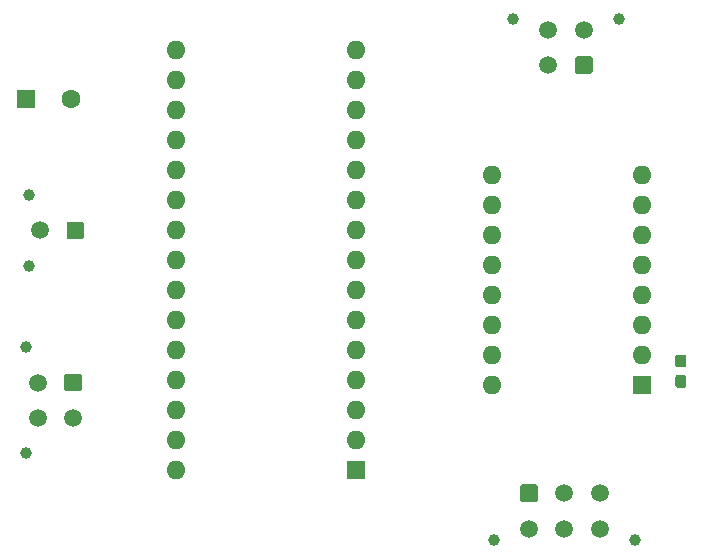
<source format=gts>
G04 #@! TF.GenerationSoftware,KiCad,Pcbnew,(5.1.5)-3*
G04 #@! TF.CreationDate,2021-04-09T20:03:54-05:00*
G04 #@! TF.ProjectId,turner_pcb,7475726e-6572-45f7-9063-622e6b696361,rev?*
G04 #@! TF.SameCoordinates,Original*
G04 #@! TF.FileFunction,Soldermask,Top*
G04 #@! TF.FilePolarity,Negative*
%FSLAX46Y46*%
G04 Gerber Fmt 4.6, Leading zero omitted, Abs format (unit mm)*
G04 Created by KiCad (PCBNEW (5.1.5)-3) date 2021-04-09 20:03:54*
%MOMM*%
%LPD*%
G04 APERTURE LIST*
%ADD10C,1.600000*%
%ADD11R,1.600000X1.600000*%
%ADD12C,1.000000*%
%ADD13C,0.150000*%
%ADD14C,1.500000*%
%ADD15O,1.600000X1.600000*%
G04 APERTURE END LIST*
D10*
X54803200Y-35102800D03*
D11*
X51003200Y-35102800D03*
D12*
X51025600Y-56105800D03*
X51025600Y-65105800D03*
D13*
G36*
X55490104Y-58357004D02*
G01*
X55514373Y-58360604D01*
X55538171Y-58366565D01*
X55561271Y-58374830D01*
X55583449Y-58385320D01*
X55604493Y-58397933D01*
X55624198Y-58412547D01*
X55642377Y-58429023D01*
X55658853Y-58447202D01*
X55673467Y-58466907D01*
X55686080Y-58487951D01*
X55696570Y-58510129D01*
X55704835Y-58533229D01*
X55710796Y-58557027D01*
X55714396Y-58581296D01*
X55715600Y-58605800D01*
X55715600Y-59605800D01*
X55714396Y-59630304D01*
X55710796Y-59654573D01*
X55704835Y-59678371D01*
X55696570Y-59701471D01*
X55686080Y-59723649D01*
X55673467Y-59744693D01*
X55658853Y-59764398D01*
X55642377Y-59782577D01*
X55624198Y-59799053D01*
X55604493Y-59813667D01*
X55583449Y-59826280D01*
X55561271Y-59836770D01*
X55538171Y-59845035D01*
X55514373Y-59850996D01*
X55490104Y-59854596D01*
X55465600Y-59855800D01*
X54465600Y-59855800D01*
X54441096Y-59854596D01*
X54416827Y-59850996D01*
X54393029Y-59845035D01*
X54369929Y-59836770D01*
X54347751Y-59826280D01*
X54326707Y-59813667D01*
X54307002Y-59799053D01*
X54288823Y-59782577D01*
X54272347Y-59764398D01*
X54257733Y-59744693D01*
X54245120Y-59723649D01*
X54234630Y-59701471D01*
X54226365Y-59678371D01*
X54220404Y-59654573D01*
X54216804Y-59630304D01*
X54215600Y-59605800D01*
X54215600Y-58605800D01*
X54216804Y-58581296D01*
X54220404Y-58557027D01*
X54226365Y-58533229D01*
X54234630Y-58510129D01*
X54245120Y-58487951D01*
X54257733Y-58466907D01*
X54272347Y-58447202D01*
X54288823Y-58429023D01*
X54307002Y-58412547D01*
X54326707Y-58397933D01*
X54347751Y-58385320D01*
X54369929Y-58374830D01*
X54393029Y-58366565D01*
X54416827Y-58360604D01*
X54441096Y-58357004D01*
X54465600Y-58355800D01*
X55465600Y-58355800D01*
X55490104Y-58357004D01*
G37*
D14*
X54965600Y-62105800D03*
X51965600Y-59105800D03*
X51965600Y-62105800D03*
D15*
X90424000Y-59283600D03*
X103124000Y-41503600D03*
X90424000Y-56743600D03*
X103124000Y-44043600D03*
X90424000Y-54203600D03*
X103124000Y-46583600D03*
X90424000Y-51663600D03*
X103124000Y-49123600D03*
X90424000Y-49123600D03*
X103124000Y-51663600D03*
X90424000Y-46583600D03*
X103124000Y-54203600D03*
X90424000Y-44043600D03*
X103124000Y-56743600D03*
X90424000Y-41503600D03*
D11*
X103124000Y-59283600D03*
X78917800Y-66471800D03*
D15*
X63677800Y-33451800D03*
X78917800Y-63931800D03*
X63677800Y-35991800D03*
X78917800Y-61391800D03*
X63677800Y-38531800D03*
X78917800Y-58851800D03*
X63677800Y-41071800D03*
X78917800Y-56311800D03*
X63677800Y-43611800D03*
X78917800Y-53771800D03*
X63677800Y-46151800D03*
X78917800Y-51231800D03*
X63677800Y-48691800D03*
X78917800Y-48691800D03*
X63677800Y-51231800D03*
X78917800Y-46151800D03*
X63677800Y-53771800D03*
X78917800Y-43611800D03*
X63677800Y-56311800D03*
X78917800Y-41071800D03*
X63677800Y-58851800D03*
X78917800Y-38531800D03*
X63677800Y-61391800D03*
X78917800Y-35991800D03*
X63677800Y-63931800D03*
X78917800Y-33451800D03*
X63677800Y-66471800D03*
X78917800Y-30911800D03*
X63677800Y-30911800D03*
D12*
X90573600Y-72418400D03*
X102573600Y-72418400D03*
D13*
G36*
X94098104Y-67729604D02*
G01*
X94122373Y-67733204D01*
X94146171Y-67739165D01*
X94169271Y-67747430D01*
X94191449Y-67757920D01*
X94212493Y-67770533D01*
X94232198Y-67785147D01*
X94250377Y-67801623D01*
X94266853Y-67819802D01*
X94281467Y-67839507D01*
X94294080Y-67860551D01*
X94304570Y-67882729D01*
X94312835Y-67905829D01*
X94318796Y-67929627D01*
X94322396Y-67953896D01*
X94323600Y-67978400D01*
X94323600Y-68978400D01*
X94322396Y-69002904D01*
X94318796Y-69027173D01*
X94312835Y-69050971D01*
X94304570Y-69074071D01*
X94294080Y-69096249D01*
X94281467Y-69117293D01*
X94266853Y-69136998D01*
X94250377Y-69155177D01*
X94232198Y-69171653D01*
X94212493Y-69186267D01*
X94191449Y-69198880D01*
X94169271Y-69209370D01*
X94146171Y-69217635D01*
X94122373Y-69223596D01*
X94098104Y-69227196D01*
X94073600Y-69228400D01*
X93073600Y-69228400D01*
X93049096Y-69227196D01*
X93024827Y-69223596D01*
X93001029Y-69217635D01*
X92977929Y-69209370D01*
X92955751Y-69198880D01*
X92934707Y-69186267D01*
X92915002Y-69171653D01*
X92896823Y-69155177D01*
X92880347Y-69136998D01*
X92865733Y-69117293D01*
X92853120Y-69096249D01*
X92842630Y-69074071D01*
X92834365Y-69050971D01*
X92828404Y-69027173D01*
X92824804Y-69002904D01*
X92823600Y-68978400D01*
X92823600Y-67978400D01*
X92824804Y-67953896D01*
X92828404Y-67929627D01*
X92834365Y-67905829D01*
X92842630Y-67882729D01*
X92853120Y-67860551D01*
X92865733Y-67839507D01*
X92880347Y-67819802D01*
X92896823Y-67801623D01*
X92915002Y-67785147D01*
X92934707Y-67770533D01*
X92955751Y-67757920D01*
X92977929Y-67747430D01*
X93001029Y-67739165D01*
X93024827Y-67733204D01*
X93049096Y-67729604D01*
X93073600Y-67728400D01*
X94073600Y-67728400D01*
X94098104Y-67729604D01*
G37*
D14*
X96573600Y-68478400D03*
X99573600Y-68478400D03*
X93573600Y-71478400D03*
X96573600Y-71478400D03*
X99573600Y-71478400D03*
D12*
X51228800Y-43228000D03*
X51228800Y-49228000D03*
D13*
G36*
X55693304Y-45479204D02*
G01*
X55717573Y-45482804D01*
X55741371Y-45488765D01*
X55764471Y-45497030D01*
X55786649Y-45507520D01*
X55807693Y-45520133D01*
X55827398Y-45534747D01*
X55845577Y-45551223D01*
X55862053Y-45569402D01*
X55876667Y-45589107D01*
X55889280Y-45610151D01*
X55899770Y-45632329D01*
X55908035Y-45655429D01*
X55913996Y-45679227D01*
X55917596Y-45703496D01*
X55918800Y-45728000D01*
X55918800Y-46728000D01*
X55917596Y-46752504D01*
X55913996Y-46776773D01*
X55908035Y-46800571D01*
X55899770Y-46823671D01*
X55889280Y-46845849D01*
X55876667Y-46866893D01*
X55862053Y-46886598D01*
X55845577Y-46904777D01*
X55827398Y-46921253D01*
X55807693Y-46935867D01*
X55786649Y-46948480D01*
X55764471Y-46958970D01*
X55741371Y-46967235D01*
X55717573Y-46973196D01*
X55693304Y-46976796D01*
X55668800Y-46978000D01*
X54668800Y-46978000D01*
X54644296Y-46976796D01*
X54620027Y-46973196D01*
X54596229Y-46967235D01*
X54573129Y-46958970D01*
X54550951Y-46948480D01*
X54529907Y-46935867D01*
X54510202Y-46921253D01*
X54492023Y-46904777D01*
X54475547Y-46886598D01*
X54460933Y-46866893D01*
X54448320Y-46845849D01*
X54437830Y-46823671D01*
X54429565Y-46800571D01*
X54423604Y-46776773D01*
X54420004Y-46752504D01*
X54418800Y-46728000D01*
X54418800Y-45728000D01*
X54420004Y-45703496D01*
X54423604Y-45679227D01*
X54429565Y-45655429D01*
X54437830Y-45632329D01*
X54448320Y-45610151D01*
X54460933Y-45589107D01*
X54475547Y-45569402D01*
X54492023Y-45551223D01*
X54510202Y-45534747D01*
X54529907Y-45520133D01*
X54550951Y-45507520D01*
X54573129Y-45497030D01*
X54596229Y-45488765D01*
X54620027Y-45482804D01*
X54644296Y-45479204D01*
X54668800Y-45478000D01*
X55668800Y-45478000D01*
X55693304Y-45479204D01*
G37*
D14*
X52168800Y-46228000D03*
X95221800Y-29232600D03*
X98221800Y-29232600D03*
X95221800Y-32232600D03*
D13*
G36*
X98746304Y-31483804D02*
G01*
X98770573Y-31487404D01*
X98794371Y-31493365D01*
X98817471Y-31501630D01*
X98839649Y-31512120D01*
X98860693Y-31524733D01*
X98880398Y-31539347D01*
X98898577Y-31555823D01*
X98915053Y-31574002D01*
X98929667Y-31593707D01*
X98942280Y-31614751D01*
X98952770Y-31636929D01*
X98961035Y-31660029D01*
X98966996Y-31683827D01*
X98970596Y-31708096D01*
X98971800Y-31732600D01*
X98971800Y-32732600D01*
X98970596Y-32757104D01*
X98966996Y-32781373D01*
X98961035Y-32805171D01*
X98952770Y-32828271D01*
X98942280Y-32850449D01*
X98929667Y-32871493D01*
X98915053Y-32891198D01*
X98898577Y-32909377D01*
X98880398Y-32925853D01*
X98860693Y-32940467D01*
X98839649Y-32953080D01*
X98817471Y-32963570D01*
X98794371Y-32971835D01*
X98770573Y-32977796D01*
X98746304Y-32981396D01*
X98721800Y-32982600D01*
X97721800Y-32982600D01*
X97697296Y-32981396D01*
X97673027Y-32977796D01*
X97649229Y-32971835D01*
X97626129Y-32963570D01*
X97603951Y-32953080D01*
X97582907Y-32940467D01*
X97563202Y-32925853D01*
X97545023Y-32909377D01*
X97528547Y-32891198D01*
X97513933Y-32871493D01*
X97501320Y-32850449D01*
X97490830Y-32828271D01*
X97482565Y-32805171D01*
X97476604Y-32781373D01*
X97473004Y-32757104D01*
X97471800Y-32732600D01*
X97471800Y-31732600D01*
X97473004Y-31708096D01*
X97476604Y-31683827D01*
X97482565Y-31660029D01*
X97490830Y-31636929D01*
X97501320Y-31614751D01*
X97513933Y-31593707D01*
X97528547Y-31574002D01*
X97545023Y-31555823D01*
X97563202Y-31539347D01*
X97582907Y-31524733D01*
X97603951Y-31512120D01*
X97626129Y-31501630D01*
X97649229Y-31493365D01*
X97673027Y-31487404D01*
X97697296Y-31483804D01*
X97721800Y-31482600D01*
X98721800Y-31482600D01*
X98746304Y-31483804D01*
G37*
D12*
X92221800Y-28292600D03*
X101221800Y-28292600D03*
D13*
G36*
X106686779Y-56742844D02*
G01*
X106709834Y-56746263D01*
X106732443Y-56751927D01*
X106754387Y-56759779D01*
X106775457Y-56769744D01*
X106795448Y-56781726D01*
X106814168Y-56795610D01*
X106831438Y-56811262D01*
X106847090Y-56828532D01*
X106860974Y-56847252D01*
X106872956Y-56867243D01*
X106882921Y-56888313D01*
X106890773Y-56910257D01*
X106896437Y-56932866D01*
X106899856Y-56955921D01*
X106901000Y-56979200D01*
X106901000Y-57579200D01*
X106899856Y-57602479D01*
X106896437Y-57625534D01*
X106890773Y-57648143D01*
X106882921Y-57670087D01*
X106872956Y-57691157D01*
X106860974Y-57711148D01*
X106847090Y-57729868D01*
X106831438Y-57747138D01*
X106814168Y-57762790D01*
X106795448Y-57776674D01*
X106775457Y-57788656D01*
X106754387Y-57798621D01*
X106732443Y-57806473D01*
X106709834Y-57812137D01*
X106686779Y-57815556D01*
X106663500Y-57816700D01*
X106188500Y-57816700D01*
X106165221Y-57815556D01*
X106142166Y-57812137D01*
X106119557Y-57806473D01*
X106097613Y-57798621D01*
X106076543Y-57788656D01*
X106056552Y-57776674D01*
X106037832Y-57762790D01*
X106020562Y-57747138D01*
X106004910Y-57729868D01*
X105991026Y-57711148D01*
X105979044Y-57691157D01*
X105969079Y-57670087D01*
X105961227Y-57648143D01*
X105955563Y-57625534D01*
X105952144Y-57602479D01*
X105951000Y-57579200D01*
X105951000Y-56979200D01*
X105952144Y-56955921D01*
X105955563Y-56932866D01*
X105961227Y-56910257D01*
X105969079Y-56888313D01*
X105979044Y-56867243D01*
X105991026Y-56847252D01*
X106004910Y-56828532D01*
X106020562Y-56811262D01*
X106037832Y-56795610D01*
X106056552Y-56781726D01*
X106076543Y-56769744D01*
X106097613Y-56759779D01*
X106119557Y-56751927D01*
X106142166Y-56746263D01*
X106165221Y-56742844D01*
X106188500Y-56741700D01*
X106663500Y-56741700D01*
X106686779Y-56742844D01*
G37*
G36*
X106686779Y-58467844D02*
G01*
X106709834Y-58471263D01*
X106732443Y-58476927D01*
X106754387Y-58484779D01*
X106775457Y-58494744D01*
X106795448Y-58506726D01*
X106814168Y-58520610D01*
X106831438Y-58536262D01*
X106847090Y-58553532D01*
X106860974Y-58572252D01*
X106872956Y-58592243D01*
X106882921Y-58613313D01*
X106890773Y-58635257D01*
X106896437Y-58657866D01*
X106899856Y-58680921D01*
X106901000Y-58704200D01*
X106901000Y-59304200D01*
X106899856Y-59327479D01*
X106896437Y-59350534D01*
X106890773Y-59373143D01*
X106882921Y-59395087D01*
X106872956Y-59416157D01*
X106860974Y-59436148D01*
X106847090Y-59454868D01*
X106831438Y-59472138D01*
X106814168Y-59487790D01*
X106795448Y-59501674D01*
X106775457Y-59513656D01*
X106754387Y-59523621D01*
X106732443Y-59531473D01*
X106709834Y-59537137D01*
X106686779Y-59540556D01*
X106663500Y-59541700D01*
X106188500Y-59541700D01*
X106165221Y-59540556D01*
X106142166Y-59537137D01*
X106119557Y-59531473D01*
X106097613Y-59523621D01*
X106076543Y-59513656D01*
X106056552Y-59501674D01*
X106037832Y-59487790D01*
X106020562Y-59472138D01*
X106004910Y-59454868D01*
X105991026Y-59436148D01*
X105979044Y-59416157D01*
X105969079Y-59395087D01*
X105961227Y-59373143D01*
X105955563Y-59350534D01*
X105952144Y-59327479D01*
X105951000Y-59304200D01*
X105951000Y-58704200D01*
X105952144Y-58680921D01*
X105955563Y-58657866D01*
X105961227Y-58635257D01*
X105969079Y-58613313D01*
X105979044Y-58592243D01*
X105991026Y-58572252D01*
X106004910Y-58553532D01*
X106020562Y-58536262D01*
X106037832Y-58520610D01*
X106056552Y-58506726D01*
X106076543Y-58494744D01*
X106097613Y-58484779D01*
X106119557Y-58476927D01*
X106142166Y-58471263D01*
X106165221Y-58467844D01*
X106188500Y-58466700D01*
X106663500Y-58466700D01*
X106686779Y-58467844D01*
G37*
M02*

</source>
